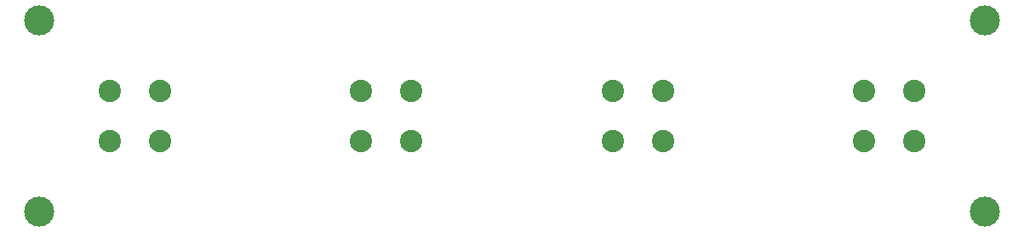
<source format=gbr>
G04 DipTrace 3.3.1.3*
G04 BottomMask.gbr*
%MOIN*%
G04 #@! TF.FileFunction,Soldermask,Bot*
G04 #@! TF.Part,Single*
%ADD37C,0.11811*%
%ADD41C,0.087874*%
%FSLAX26Y26*%
G04*
G70*
G90*
G75*
G01*
G04 BotMask*
%LPD*%
D37*
X511811Y511811D3*
Y1259843D3*
X4212598D3*
Y511811D3*
D41*
X3937008Y984215D3*
Y787364D3*
X3740157D3*
Y984215D3*
X2952756D3*
Y787364D3*
X2755906D3*
Y984215D3*
X1968504D3*
Y787364D3*
X1771654D3*
Y984215D3*
X984252D3*
Y787364D3*
X787402D3*
Y984215D3*
M02*

</source>
